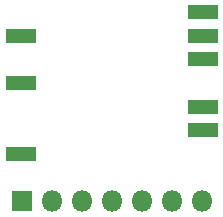
<source format=gbr>
G04 #@! TF.FileFunction,Soldermask,Top*
%FSLAX46Y46*%
G04 Gerber Fmt 4.6, Leading zero omitted, Abs format (unit mm)*
G04 Created by KiCad (PCBNEW 4.0.7) date Friday, 11 May 2018 'PMt' 12:15:21 PM*
%MOMM*%
%LPD*%
G01*
G04 APERTURE LIST*
%ADD10C,0.100000*%
%ADD11R,2.601600X1.201600*%
%ADD12R,1.801600X1.801600*%
%ADD13O,1.801600X1.801600*%
G04 APERTURE END LIST*
D10*
D11*
X142300000Y-105500000D03*
X142300000Y-109500000D03*
X142300000Y-115500000D03*
X157700000Y-113500000D03*
X157700000Y-111500000D03*
X157700000Y-107500000D03*
X157700000Y-105500000D03*
X157700000Y-103500000D03*
D12*
X142375000Y-119500000D03*
D13*
X144915000Y-119500000D03*
X147455000Y-119500000D03*
X149995000Y-119500000D03*
X152535000Y-119500000D03*
X155075000Y-119500000D03*
X157615000Y-119500000D03*
M02*

</source>
